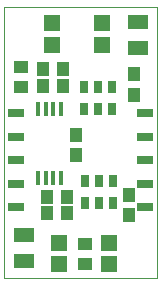
<source format=gts>
G75*
G70*
%OFA0B0*%
%FSLAX24Y24*%
%IPPOS*%
%LPD*%
%AMOC8*
5,1,8,0,0,1.08239X$1,22.5*
%
%ADD10C,0.0000*%
%ADD11R,0.0316X0.0434*%
%ADD12R,0.0555X0.0555*%
%ADD13R,0.0670X0.0512*%
%ADD14R,0.0434X0.0473*%
%ADD15R,0.0473X0.0434*%
%ADD16R,0.0540X0.0290*%
%ADD17R,0.0178X0.0512*%
D10*
X000900Y000980D02*
X000900Y010035D01*
X006018Y010035D01*
X006018Y000980D01*
X000900Y000980D01*
D11*
X003590Y003475D03*
X004062Y003475D03*
X004535Y003475D03*
X004535Y004223D03*
X004062Y004223D03*
X003590Y004223D03*
X003557Y006619D03*
X004030Y006619D03*
X004502Y006619D03*
X004502Y007367D03*
X004030Y007367D03*
X003557Y007367D03*
D12*
X004165Y008769D03*
X004165Y009478D03*
X002512Y009478D03*
X002512Y008769D03*
X002753Y002167D03*
X002753Y001459D03*
X004406Y001459D03*
X004406Y002167D03*
D13*
X001578Y002434D03*
X001578Y001568D03*
X005382Y008649D03*
X005382Y009516D03*
D14*
X005243Y007771D03*
X005243Y007102D03*
X003300Y005755D03*
X003300Y005085D03*
X002995Y003700D03*
X002995Y003140D03*
X002325Y003140D03*
X002325Y003700D03*
X002205Y007380D03*
X002205Y007940D03*
X002875Y007940D03*
X002875Y007380D03*
X005078Y003747D03*
X005078Y003078D03*
D15*
X003620Y002115D03*
X003620Y001445D03*
X001460Y007365D03*
X001460Y008035D03*
D16*
X001300Y006487D03*
X001300Y005700D03*
X001300Y004913D03*
X001300Y004125D03*
X001300Y003338D03*
X005620Y003338D03*
X005620Y004125D03*
X005620Y004913D03*
X005620Y005700D03*
X005620Y006487D03*
D17*
X002804Y006612D03*
X002548Y006612D03*
X002292Y006612D03*
X002036Y006612D03*
X002036Y004308D03*
X002292Y004308D03*
X002548Y004308D03*
X002804Y004308D03*
M02*

</source>
